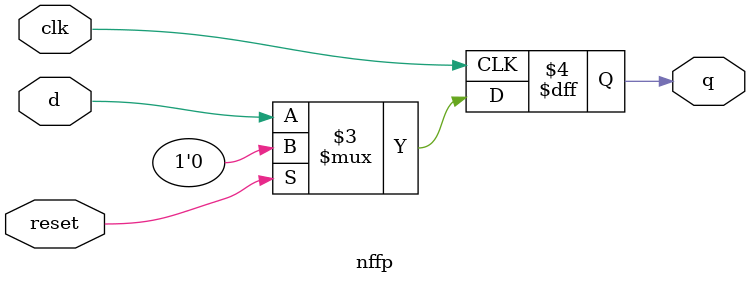
<source format=v>
module top_module (
    input clk,
    input resetn,   // synchronous reset
    input in,
    output out);
    
    wire out0in1, out1in2, out2in3;
    
    nffp nffp0(clk, ~resetn, in, out0in1);
    nffp nffp1(clk, ~resetn, out0in1, out1in2);
    nffp nffp2(clk, ~resetn, out1in2, out2in3);
    nffp nffp3(clk, ~resetn, out2in3, out);

endmodule

module nffp (
    input clk,
    input reset,
    input d,
    output q
);
    
    always @(posedge clk) begin
        q <= (reset == 1)? 1'b0 : d;
    end
    
endmodule

</source>
